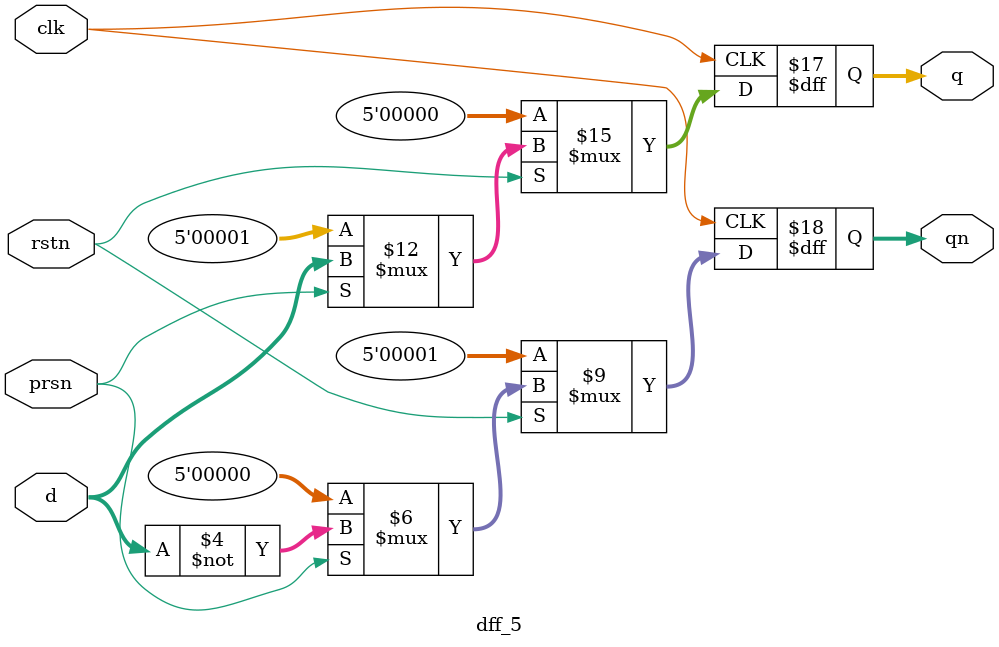
<source format=v>
module dff_5 (clk, d, rstn, prsn, q, qn);
    input clk, rstn, prsn;
    input [4:0] d;
    output [4:0] q, qn;
    reg [4:0] q, qn;
    
    always @(posedge clk) begin
        if (!rstn) begin
            q <= 5'b0;
            qn <= 5'b1;
        end else if (!prsn) begin
            q <= 5'b1;
            qn <= 5'b0;
        end else begin
            q <= d;
            qn <= ~d;
        end
    end
endmodule
</source>
